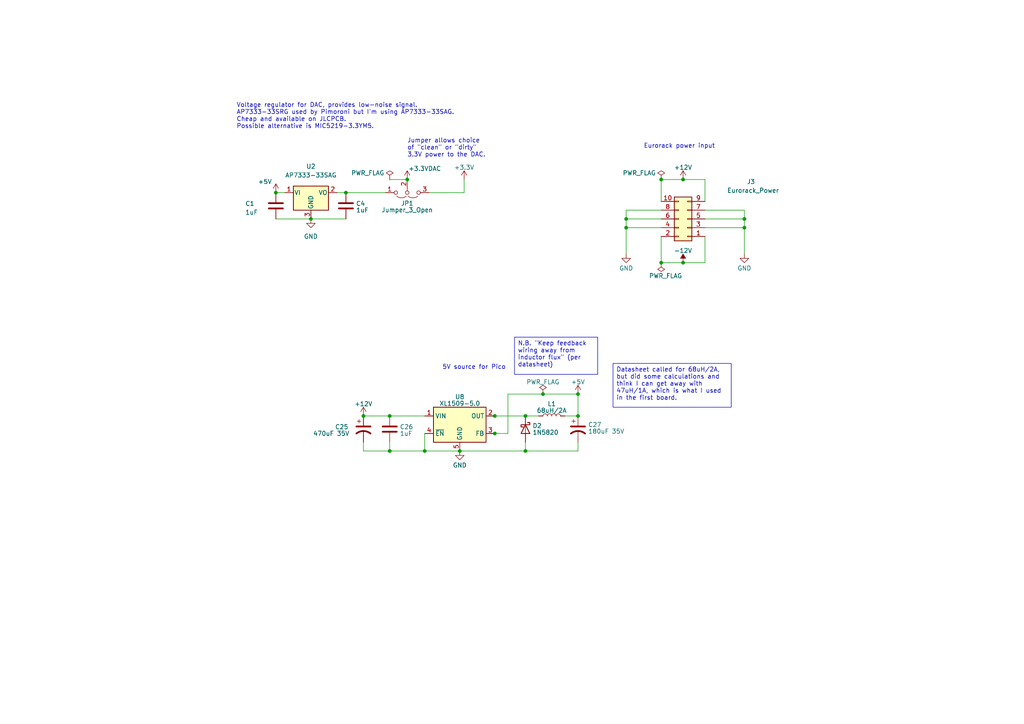
<source format=kicad_sch>
(kicad_sch (version 20230121) (generator eeschema)
  (paper "A4")
  (lib_symbols
    (symbol "Connector_Generic:Conn_02x05_Odd_Even" (pin_names (offset 1.016) hide)
      (property "Reference" "J" (at 1.27 7.62 0))
      (property "Value" "Conn_02x05_Odd_Even" (at 1.27 -7.62 0))
      (symbol "Conn_02x05_Odd_Even_1_1"
        (rectangle (start -1.27 -4.953) (end 0 -5.207) (stroke (width 0.1524)))
        (rectangle (start -1.27 -2.413) (end 0 -2.667) (stroke (width 0.1524)))
        (rectangle (start -1.27 0.127) (end 0 -0.127) (stroke (width 0.1524)))
        (rectangle (start -1.27 2.667) (end 0 2.413) (stroke (width 0.1524)))
        (rectangle (start -1.27 5.207) (end 0 4.953) (stroke (width 0.1524)))
        (rectangle (start -1.27 6.35) (end 3.81 -6.35) (stroke (width 0.254)) (fill (type background)))
        (rectangle (start 3.81 -4.953) (end 2.54 -5.207) (stroke (width 0.1524)))
        (rectangle (start 3.81 -2.413) (end 2.54 -2.667) (stroke (width 0.1524)))
        (rectangle (start 3.81 0.127) (end 2.54 -0.127) (stroke (width 0.1524)))
        (rectangle (start 3.81 2.667) (end 2.54 2.413) (stroke (width 0.1524)))
        (rectangle (start 3.81 5.207) (end 2.54 4.953) (stroke (width 0.1524)))
        (pin passive line (at -5.08 5.08 0) (length 3.81) (name "Pin_1") (number "1"))
        (pin passive line (at 7.62 -5.08 180) (length 3.81) (name "Pin_10") (number "10"))
        (pin passive line (at 7.62 5.08 180) (length 3.81) (name "Pin_2") (number "2"))
        (pin passive line (at -5.08 2.54 0) (length 3.81) (name "Pin_3") (number "3"))
        (pin passive line (at 7.62 2.54 180) (length 3.81) (name "Pin_4") (number "4"))
        (pin passive line (at -5.08 0 0) (length 3.81) (name "Pin_5") (number "5"))
        (pin passive line (at 7.62 0 180) (length 3.81) (name "Pin_6") (number "6"))
        (pin passive line (at -5.08 -2.54 0) (length 3.81) (name "Pin_7") (number "7"))
        (pin passive line (at 7.62 -2.54 180) (length 3.81) (name "Pin_8") (number "8"))
        (pin passive line (at -5.08 -5.08 0) (length 3.81) (name "Pin_9") (number "9"))
      )
    )
    (symbol "Device:C" (pin_numbers hide) (pin_names (offset 0.254))
      (property "Reference" "C" (at 0.635 2.54 0))
      (property "Value" "C" (at 0.635 -2.54 0))
      (symbol "C_0_1"
        (polyline (pts (xy -2.032 -0.762) (xy 2.032 -0.762)) (stroke (width 0.508)))
        (polyline (pts (xy -2.032 0.762) (xy 2.032 0.762)) (stroke (width 0.508)))
      )
      (symbol "C_1_1"
        (pin passive line (at 0 3.81 270) (length 2.794) (name "~") (number "1"))
        (pin passive line (at 0 -3.81 90) (length 2.794) (name "~") (number "2"))
      )
    )
    (symbol "Device:C_Polarized_US" (pin_numbers hide) (pin_names (offset 0.254) hide)
      (property "Reference" "C" (at 0.635 2.54 0))
      (property "Value" "C_Polarized_US" (at 0.635 -2.54 0))
      (symbol "C_Polarized_US_0_1"
        (polyline (pts (xy -2.032 0.762) (xy 2.032 0.762)) (stroke (width 0.508)))
        (polyline (pts (xy -1.778 2.286) (xy -0.762 2.286)))
        (polyline (pts (xy -1.27 1.778) (xy -1.27 2.794)))
        (arc (start 2.032 -1.27) (mid 0 -0.5572) (end -2.032 -1.27) (stroke (width 0.508)))
      )
      (symbol "C_Polarized_US_1_1"
        (pin passive line (at 0 3.81 270) (length 2.794) (name "~") (number "1"))
        (pin passive line (at 0 -3.81 90) (length 3.302) (name "~") (number "2"))
      )
    )
    (symbol "Device:L" (pin_numbers hide) (pin_names (offset 1.016) hide)
      (property "Reference" "L" (at -1.27 0 90))
      (property "Value" "L" (at 1.905 0 90))
      (symbol "L_0_1"
        (arc (start 0 -2.54) (mid 0.6323 -1.905) (end 0 -1.27))
        (arc (start 0 -1.27) (mid 0.6323 -0.635) (end 0 0))
        (arc (start 0 0) (mid 0.6323 0.635) (end 0 1.27))
        (arc (start 0 1.27) (mid 0.6323 1.905) (end 0 2.54))
      )
      (symbol "L_1_1"
        (pin passive line (at 0 3.81 270) (length 1.27) (name "1") (number "1"))
        (pin passive line (at 0 -3.81 90) (length 1.27) (name "2") (number "2"))
      )
    )
    (symbol "Diode:1N5820" (pin_numbers hide) (pin_names (offset 1.016) hide)
      (property "Reference" "D" (at 0 2.54 0))
      (property "Value" "1N5820" (at 0 -2.54 0))
      (symbol "1N5820_0_1"
        (polyline (pts (xy 1.27 0) (xy -1.27 0)))
        (polyline (pts (xy 1.27 1.27) (xy 1.27 -1.27) (xy -1.27 0) (xy 1.27 1.27)) (stroke (width 0.254)))
        (polyline (pts (xy -1.905 0.635) (xy -1.905 1.27) (xy -1.27 1.27) (xy -1.27 -1.27) (xy -0.635 -1.27) (xy -0.635 -0.635)) (stroke (width 0.254)))
      )
      (symbol "1N5820_1_1"
        (pin passive line (at -3.81 0 0) (length 2.54) (name "K") (number "1"))
        (pin passive line (at 3.81 0 180) (length 2.54) (name "A") (number "2"))
      )
    )
    (symbol "Jumper:Jumper_3_Open" (pin_names (offset 0) hide)
      (property "Reference" "JP" (at -2.54 -2.54 0))
      (property "Value" "Jumper_3_Open" (at 0 2.794 0))
      (symbol "Jumper_3_Open_0_0"
        (circle (center -3.302 0) (radius 0.508))
        (circle (center 0 0) (radius 0.508))
        (circle (center 3.302 0) (radius 0.508))
      )
      (symbol "Jumper_3_Open_0_1"
        (arc (start -0.254 1.016) (mid -1.651 1.4992) (end -3.048 1.016))
        (polyline (pts (xy 0 -0.508) (xy 0 -1.27)))
        (arc (start 3.048 1.016) (mid 1.651 1.4992) (end 0.254 1.016))
      )
      (symbol "Jumper_3_Open_1_1"
        (pin passive line (at -6.35 0 0) (length 2.54) (name "A") (number "1"))
        (pin passive line (at 0 -3.81 90) (length 2.54) (name "C") (number "2"))
        (pin passive line (at 6.35 0 180) (length 2.54) (name "B") (number "3"))
      )
    )
    (symbol "Regulator_Linear:SPX2920M3-3.3_SOT223" (pin_names (offset 0.254))
      (property "Reference" "U4" (at 0 7.62 0))
      (property "Value" "AP7333-33SRG" (at 0 5.08 0))
      (symbol "SPX2920M3-3.3_SOT223_0_1"
        (rectangle (start -5.08 -5.08) (end 5.08 1.905) (stroke (width 0.254)) (fill (type background)))
      )
      (symbol "SPX2920M3-3.3_SOT223_1_1"
        (pin power_in line (at -7.62 0 0) (length 2.54) (name "VI") (number "1"))
        (pin power_out line (at 7.62 0 180) (length 2.54) (name "VO") (number "2"))
        (pin power_in line (at 0 -7.62 90) (length 2.54) (name "GND") (number "3"))
      )
    )
    (symbol "Regulator_Switching:XL1509-5.0"
      (property "Reference" "U" (at -7.112 6.096 0))
      (property "Value" "XL1509-5.0" (at 5.842 6.096 0))
      (symbol "XL1509-5.0_0_1"
        (rectangle (start -7.62 5.08) (end 7.62 -5.08) (stroke (width 0.254)) (fill (type background)))
      )
      (symbol "XL1509-5.0_1_1"
        (pin power_in line (at -10.16 2.54 0) (length 2.54) (name "VIN") (number "1"))
        (pin power_out line (at 10.16 2.54 180) (length 2.54) (name "OUT") (number "2"))
        (pin input line (at 10.16 -2.54 180) (length 2.54) (name "FB") (number "3"))
        (pin input line (at -10.16 -2.54 0) (length 2.54) (name "~{EN}") (number "4"))
        (pin power_in line (at 0 -7.62 90) (length 2.54) (name "GND") (number "5"))
        (pin passive line (at 0 -7.62 90) (length 2.54) hide (name "GND") (number "6"))
        (pin passive line (at 0 -7.62 90) (length 2.54) hide (name "GND") (number "7"))
        (pin passive line (at 0 -7.62 90) (length 2.54) hide (name "GND") (number "8"))
      )
    )
    (symbol "power:+12V" (power) (pin_names (offset 0))
      (property "Value" "+12V" (at 0 3.556 0))
      (symbol "+12V_0_1"
        (polyline (pts (xy -0.762 1.27) (xy 0 2.54)))
        (polyline (pts (xy 0 0) (xy 0 2.54)))
        (polyline (pts (xy 0 2.54) (xy 0.762 1.27)))
      )
      (symbol "+12V_1_1"
        (pin power_in line (at 0 0 90) (length 0) hide (name "+12V") (number "1"))
      )
    )
    (symbol "power:+3.3V" (power) (pin_names (offset 0))
      (property "Value" "+3.3V" (at 0 3.556 0))
      (symbol "+3.3V_0_1"
        (polyline (pts (xy -0.762 1.27) (xy 0 2.54)))
        (polyline (pts (xy 0 0) (xy 0 2.54)))
        (polyline (pts (xy 0 2.54) (xy 0.762 1.27)))
      )
      (symbol "+3.3V_1_1"
        (pin power_in line (at 0 0 90) (length 0) hide (name "+3.3V") (number "1"))
      )
    )
    (symbol "power:+3.3VDAC" (power) (pin_names (offset 0))
      (property "Value" "+3.3VDAC" (at 0 2.54 0))
      (symbol "+3.3VDAC_0_0"
        (pin power_in line (at 0 0 90) (length 0) hide (name "+3.3VDAC") (number "1"))
      )
      (symbol "+3.3VDAC_0_1"
        (polyline (pts (xy -0.762 1.27) (xy 0 2.54)))
        (polyline (pts (xy 0 0) (xy 0 2.54)))
        (polyline (pts (xy 0 2.54) (xy 0.762 1.27)))
      )
    )
    (symbol "power:+5V" (power) (pin_names (offset 0))
      (property "Value" "+5V" (at 0 3.556 0))
      (symbol "+5V_0_1"
        (polyline (pts (xy -0.762 1.27) (xy 0 2.54)))
        (polyline (pts (xy 0 0) (xy 0 2.54)))
        (polyline (pts (xy 0 2.54) (xy 0.762 1.27)))
      )
      (symbol "+5V_1_1"
        (pin power_in line (at 0 0 90) (length 0) hide (name "+5V") (number "1"))
      )
    )
    (symbol "power:-12V" (power) (pin_names (offset 0))
      (property "Value" "-12V" (at 0 3.81 0))
      (symbol "-12V_0_0"
        (pin power_in line (at 0 0 90) (length 0) hide (name "-12V") (number "1"))
      )
      (symbol "-12V_0_1"
        (polyline (pts (xy 0 0) (xy 0 1.27) (xy 0.762 1.27) (xy 0 2.54) (xy -0.762 1.27) (xy 0 1.27)) (fill (type outline)))
      )
    )
    (symbol "power:GND" (power) (pin_names (offset 0))
      (property "Value" "GND" (at 0 -3.81 0))
      (symbol "GND_0_1"
        (polyline (pts (xy 0 0) (xy 0 -1.27) (xy 1.27 -1.27) (xy 0 -2.54) (xy -1.27 -1.27) (xy 0 -1.27)))
      )
      (symbol "GND_1_1"
        (pin power_in line (at 0 0 270) (length 0) hide (name "GND") (number "1"))
      )
    )
    (symbol "power:PWR_FLAG" (power) (pin_numbers hide) (pin_names (offset 0) hide)
      (property "Value" "PWR_FLAG" (at 0 3.81 0))
      (symbol "PWR_FLAG_0_0"
        (pin power_out line (at 0 0 90) (length 0) (name "pwr") (number "1"))
      )
      (symbol "PWR_FLAG_0_1"
        (polyline (pts (xy 0 0) (xy 0 1.27) (xy -1.016 1.905) (xy 0 2.54) (xy 1.016 1.905) (xy 0 1.27)))
      )
    )
  )
  (junction (at 167.64 114.3))
  (junction (at 152.4 120.65))
  (junction (at 181.61 63.5))
  (junction (at 123.19 130.81))
  (junction (at 191.77 76.2))
  (junction (at 90.17 63.5))
  (junction (at 215.9 63.5))
  (junction (at 118.11 52.07))
  (junction (at 152.4 130.81))
  (junction (at 198.12 76.2))
  (junction (at 105.41 120.65))
  (junction (at 143.51 125.73))
  (junction (at 215.9 66.04))
  (junction (at 157.48 114.3))
  (junction (at 198.12 52.07))
  (junction (at 143.51 120.65))
  (junction (at 113.03 120.65))
  (junction (at 100.33 55.88))
  (junction (at 133.35 130.81))
  (junction (at 80.01 55.88))
  (junction (at 181.61 66.04))
  (junction (at 113.03 130.81))
  (junction (at 167.64 120.65))
  (junction (at 191.77 52.07))
  (wire (pts (xy 142.24 125.73) (xy 143.51 125.73)))
  (wire (pts (xy 113.03 120.65) (xy 123.19 120.65)))
  (wire (pts (xy 80.01 55.88) (xy 82.55 55.88)))
  (wire (pts (xy 113.03 130.81) (xy 123.19 130.81)))
  (wire (pts (xy 142.24 120.65) (xy 143.51 120.65)))
  (wire (pts (xy 134.62 55.88) (xy 134.62 52.07)))
  (wire (pts (xy 147.32 114.3) (xy 147.32 125.73)))
  (wire (pts (xy 191.77 68.58) (xy 191.77 76.2)))
  (wire (pts (xy 204.47 76.2) (xy 204.47 68.58)))
  (wire (pts (xy 152.4 120.65) (xy 156.21 120.65)))
  (wire (pts (xy 204.47 63.5) (xy 215.9 63.5)))
  (wire (pts (xy 157.48 114.3) (xy 167.64 114.3)))
  (wire (pts (xy 181.61 60.96) (xy 181.61 63.5)))
  (wire (pts (xy 181.61 66.04) (xy 181.61 73.66)))
  (wire (pts (xy 204.47 60.96) (xy 215.9 60.96)))
  (wire (pts (xy 167.64 120.65) (xy 167.64 114.3)))
  (wire (pts (xy 113.03 128.27) (xy 113.03 130.81)))
  (wire (pts (xy 198.12 76.2) (xy 204.47 76.2)))
  (wire (pts (xy 198.12 52.07) (xy 204.47 52.07)))
  (wire (pts (xy 191.77 60.96) (xy 181.61 60.96)))
  (wire (pts (xy 215.9 63.5) (xy 215.9 66.04)))
  (wire (pts (xy 80.01 63.5) (xy 90.17 63.5)))
  (wire (pts (xy 105.41 128.27) (xy 105.41 130.81)))
  (wire (pts (xy 191.77 58.42) (xy 191.77 52.07)))
  (wire (pts (xy 157.48 114.3) (xy 147.32 114.3)))
  (wire (pts (xy 163.83 120.65) (xy 167.64 120.65)))
  (wire (pts (xy 215.9 66.04) (xy 215.9 73.66)))
  (wire (pts (xy 123.19 130.81) (xy 133.35 130.81)))
  (wire (pts (xy 215.9 60.96) (xy 215.9 63.5)))
  (wire (pts (xy 105.41 120.65) (xy 113.03 120.65)))
  (wire (pts (xy 90.17 63.5) (xy 100.33 63.5)))
  (wire (pts (xy 100.33 55.88) (xy 111.76 55.88)))
  (wire (pts (xy 123.19 125.73) (xy 123.19 130.81)))
  (wire (pts (xy 181.61 63.5) (xy 181.61 66.04)))
  (wire (pts (xy 113.03 52.07) (xy 118.11 52.07)))
  (wire (pts (xy 204.47 66.04) (xy 215.9 66.04)))
  (wire (pts (xy 124.46 55.88) (xy 134.62 55.88)))
  (wire (pts (xy 133.35 130.81) (xy 152.4 130.81)))
  (wire (pts (xy 191.77 63.5) (xy 181.61 63.5)))
  (wire (pts (xy 143.51 120.65) (xy 152.4 120.65)))
  (wire (pts (xy 152.4 130.81) (xy 167.64 130.81)))
  (wire (pts (xy 191.77 76.2) (xy 198.12 76.2)))
  (wire (pts (xy 152.4 130.81) (xy 152.4 128.27)))
  (wire (pts (xy 147.32 125.73) (xy 143.51 125.73)))
  (wire (pts (xy 191.77 66.04) (xy 181.61 66.04)))
  (wire (pts (xy 105.41 130.81) (xy 113.03 130.81)))
  (wire (pts (xy 167.64 130.81) (xy 167.64 128.27)))
  (wire (pts (xy 204.47 52.07) (xy 204.47 58.42)))
  (wire (pts (xy 97.79 55.88) (xy 100.33 55.88)))
  (wire (pts (xy 191.77 52.07) (xy 198.12 52.07)))
  (text_box "N.B. \"Keep feedback wiring away from inductor flux\" (per datasheet)" (at 149.225 97.79 0) (size 24.13 10.795) (effects (font (size 1.27 1.27)) (justify left top)))
  (text_box "Datasheet called for 68uH/2A, but did some calculations and think I can get away with 47uH/1A, which is what I used in the first board." (at 177.8 105.41 0) (size 34.29 12.7) (effects (font (size 1.27 1.27)) (justify left top)))
  (text "Eurorack power input" (at 186.69 43.18 0) (effects (font (size 1.27 1.27)) (justify left bottom)))
  (text "Voltage regulator for DAC, provides low-noise signal.\nAP7333-33SRG used by Pimoroni but I'm using AP7333-33SAG.\nCheap and available on JLCPCB.\nPossible alternative is MIC5219-3.3YM5." (at 68.58 37.465 0) (effects (font (size 1.27 1.27)) (justify left bottom)))
  (text "Jumper allows choice\nof \"clean\" or \"dirty\"\n3.3V power to the DAC." (at 118.11 45.72 0) (effects (font (size 1.27 1.27)) (justify left bottom)))
  (text "5V source for Pico" (at 128.27 107.315 0) (effects (font (size 1.27 1.27)) (justify left bottom)))
  (symbol (lib_id "power:PWR_FLAG") (at 157.48 114.3 0) (unit 1)
    (property "Reference" "#FLG06" (effects hide))
    (property "Value" "PWR_FLAG" (at 157.48 110.7981 0))
  )
  (symbol (lib_id "Device:C_Polarized_US") (at 105.41 124.46 0) (unit 1)
    (property "Reference" "C25" (at 97.155 123.825 0) (effects (justify left)))
    (property "Value" "470uF 35V" (at 90.805 125.73 0) (effects (justify left)))
    (property "Footprint" "Capacitor_THT:CP_Radial_D10.0mm_P5.00mm" (effects hide))
  )
  (symbol (lib_id "Device:C") (at 113.03 124.46 0) (unit 1)
    (property "Reference" "C26" (at 115.951 123.8163 0) (effects (justify left)))
    (property "Value" "1uF" (at 115.951 125.7373 0) (effects (justify left)))
    (property "Footprint" "Capacitor_SMD:C_0603_1608Metric" (effects hide))
  )
  (symbol (lib_id "power:GND") (at 181.61 73.66 0) (mirror y) (unit 1)
    (property "Reference" "#PWR044" (effects hide))
    (property "Value" "GND" (at 181.61 77.7955 0))
  )
  (symbol (lib_id "power:+3.3VDAC") (at 118.11 52.07 0) (unit 1)
    (property "Reference" "#PWR016" (effects hide))
    (property "Value" "+3.3VDAC" (at 123.19 48.895 0))
  )
  (symbol (lib_id "power:+5V") (at 80.01 55.88 0) (unit 1)
    (property "Reference" "#PWR012" (effects hide))
    (property "Value" "+5V" (at 76.835 52.705 0))
  )
  (symbol (lib_id "power:+5V") (at 167.64 114.3 0) (unit 1)
    (property "Reference" "#PWR049" (effects hide))
    (property "Value" "+5V" (at 167.64 110.7981 0))
  )
  (symbol (lib_id "Connector_Generic:Conn_02x05_Odd_Even") (at 199.39 63.5 180) (unit 1)
    (property "Reference" "J3" (at 217.805 52.705 0))
    (property "Value" "Eurorack_Power" (at 218.44 55.245 0))
    (property "Footprint" "Connector_IDC:IDC-Header_2x05_P2.54mm_Vertical" (effects hide))
  )
  (symbol (lib_id "Device:C") (at 100.33 59.69 0) (unit 1)
    (property "Reference" "C4" (at 103.251 59.0463 0) (effects (justify left)))
    (property "Value" "1uF" (at 103.251 60.9673 0) (effects (justify left)))
    (property "Footprint" "Capacitor_SMD:C_0603_1608Metric" (effects hide))
  )
  (symbol (lib_id "power:GND") (at 215.9 73.66 0) (unit 1)
    (property "Reference" "#PWR048" (effects hide))
    (property "Value" "GND" (at 215.9 77.7955 0))
  )
  (symbol (lib_id "Device:L") (at 160.02 120.65 90) (unit 1)
    (property "Reference" "L1" (at 160.02 117.1347 90))
    (property "Value" "68uH/2A" (at 160.02 119.0557 90))
    (property "Footprint" "Inductor_THT:L_Radial_D7.0mm_P3.00mm" (effects hide))
  )
  (symbol (lib_id "power:PWR_FLAG") (at 191.77 76.2 0) (mirror x) (unit 1)
    (property "Reference" "#FLG05" (effects hide))
    (property "Value" "PWR_FLAG" (at 193.04 80.01 0))
  )
  (symbol (lib_id "power:PWR_FLAG") (at 191.77 52.07 0) (unit 1)
    (property "Reference" "#FLG04" (effects hide))
    (property "Value" "PWR_FLAG" (at 185.42 50.165 0))
  )
  (symbol (lib_id "power:GND") (at 90.17 63.5 0) (unit 1)
    (property "Reference" "#PWR013" (effects hide))
    (property "Value" "GND" (at 90.17 68.58 0))
  )
  (symbol (lib_id "power:+12V") (at 105.41 120.65 0) (unit 1)
    (property "Reference" "#PWR043" (effects hide))
    (property "Value" "+12V" (at 105.41 117.1481 0))
  )
  (symbol (lib_id "power:+12V") (at 198.12 52.07 0) (unit 1)
    (property "Reference" "#PWR046" (effects hide))
    (property "Value" "+12V" (at 198.12 48.5681 0))
  )
  (symbol (lib_id "Jumper:Jumper_3_Open") (at 118.11 55.88 0) (mirror x) (unit 1)
    (property "Reference" "JP1" (at 118.11 58.9747 0))
    (property "Value" "Jumper_3_Open" (at 118.11 60.8957 0))
    (property "Footprint" "Connector_PinHeader_2.54mm:PinHeader_1x03_P2.54mm_Vertical" (effects hide))
  )
  (symbol (lib_id "Device:C") (at 80.01 59.69 0) (unit 1)
    (property "Reference" "C1" (at 71.12 59.055 0) (effects (justify left)))
    (property "Value" "1uF" (at 71.12 61.595 0) (effects (justify left)))
    (property "Footprint" "Capacitor_SMD:C_0603_1608Metric" (effects hide))
  )
  (symbol (lib_id "Device:C_Polarized_US") (at 167.64 124.46 0) (unit 1)
    (property "Reference" "C27" (at 170.561 123.1813 0) (effects (justify left)))
    (property "Value" "180uF 35V" (at 170.561 125.1023 0) (effects (justify left)))
    (property "Footprint" "Capacitor_THT:CP_Radial_D8.0mm_P3.50mm" (effects hide))
  )
  (symbol (lib_id "Regulator_Linear:SPX2920M3-3.3_SOT223") (at 90.17 55.88 0) (unit 1)
    (property "Reference" "U2" (at 90.17 48.26 0))
    (property "Value" "AP7333-33SAG" (at 90.17 50.8 0))
    (property "Footprint" "Package_TO_SOT_SMD:SOT-23" (effects hide))
    (property "Datasheet" "http://www.zlgmcu.com/Sipex/LDO/PDF/spx2920.pdf" (effects hide))
  )
  (symbol (lib_id "power:PWR_FLAG") (at 113.03 52.07 0) (unit 1)
    (property "Reference" "#FLG07" (effects hide))
    (property "Value" "PWR_FLAG" (at 106.68 50.165 0))
  )
  (symbol (lib_id "power:+3.3V") (at 134.62 52.07 0) (unit 1)
    (property "Reference" "#PWR03" (effects hide))
    (property "Value" "+3.3V" (at 134.62 48.5681 0))
    (instances (project "dk2_03_bottom" (path "" (reference "#PWR03") (unit 1)) (path "" (reference "#PWR050") (unit 1))))
  )
  (symbol (lib_id "power:GND") (at 133.35 130.81 0) (unit 1)
    (property "Reference" "#PWR045" (effects hide))
    (property "Value" "GND" (at 133.35 134.9455 0))
  )
  (symbol (lib_id "Regulator_Switching:XL1509-5.0") (at 133.35 123.19 0) (unit 1)
    (property "Reference" "U8" (at 133.35 115.1001 0))
    (property "Value" "XL1509-5.0" (at 133.35 117.0211 0))
    (property "Footprint" "Package_SO:SOIC-8_3.9x4.9mm_P1.27mm" (effects hide))
    (property "Datasheet" "https://datasheet.lcsc.com/lcsc/1809050422_XLSEMI-XL1509-5-0E1_C61063.pdf" (effects hide))
  )
  (symbol (lib_id "Diode:1N5820") (at 152.4 124.46 270) (unit 1)
    (property "Reference" "D2" (at 154.432 123.4988 90) (effects (justify left)))
    (property "Value" "1N5820" (at 154.432 125.4198 90) (effects (justify left)))
    (property "Footprint" "Diode_THT:D_DO-201AD_P15.24mm_Horizontal" (effects hide))
    (property "Datasheet" "http://www.vishay.com/docs/88526/1n5820.pdf" (effects hide))
  )
  (symbol (lib_id "power:-12V") (at 198.12 76.2 0) (unit 1)
    (property "Reference" "#PWR047" (effects hide))
    (property "Value" "-12V" (at 198.12 72.6981 0))
  )
)
</source>
